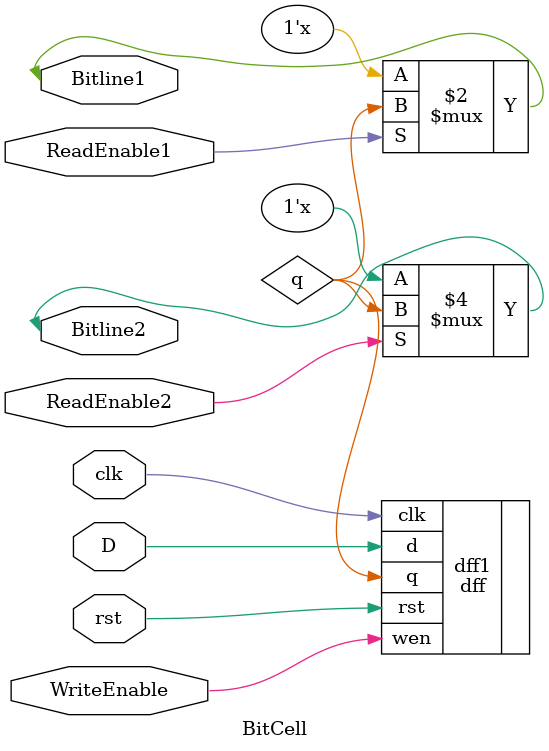
<source format=v>
module BitCell( input clk, input rst, input D, input WriteEnable, input ReadEnable1, input
ReadEnable2, inout Bitline1, inout Bitline2);

wire q;

//instantiate flip flop
dff dff1(.q(q), .d(D), .wen(WriteEnable), .clk(clk), .rst(rst));

assign Bitline1 = (ReadEnable1 == 1'b1) ? q : 1'bz;

assign Bitline2 = (ReadEnable2 == 1'b1) ? q : 1'bz;

endmodule

</source>
